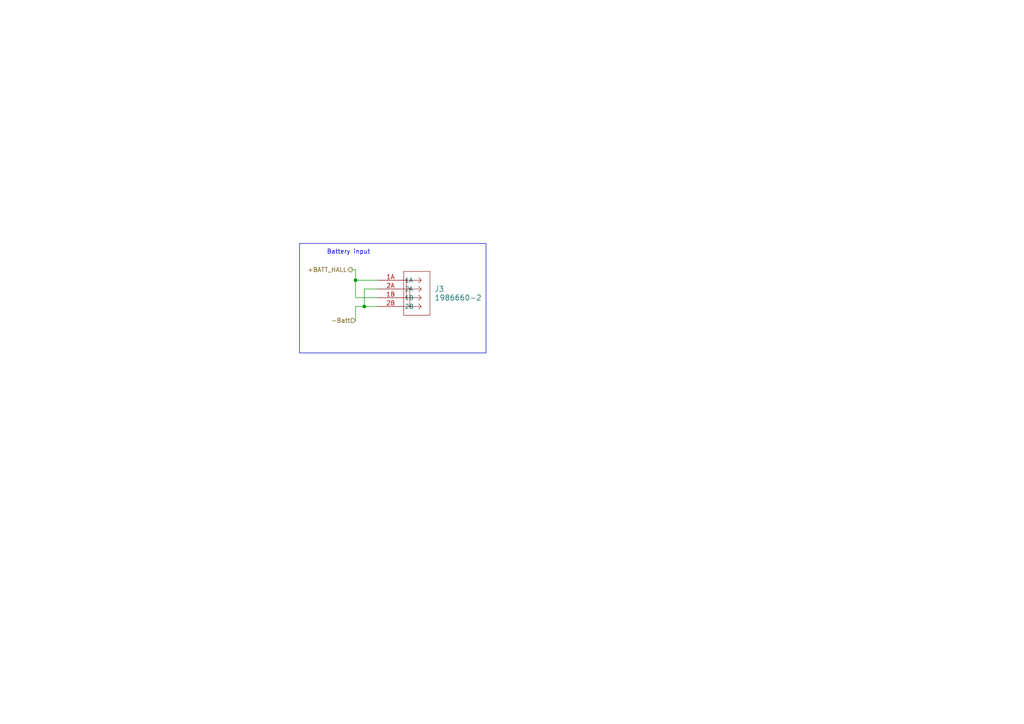
<source format=kicad_sch>
(kicad_sch (version 20231120) (generator "eeschema") (generator_version "8.0")
  (paper "A4")
  (lib_symbols
    (symbol "Imported_Symbols:1986660-2" (pin_names (offset 0.254))
      (property "Reference" "J" (at 10.16 5.08 0))
      (property "Value" "1986660-2" (at 11.43 5.08 0))
      (symbol "1986660-2_1_1"
        (polyline (pts (xy 7.62 -10.16) (xy 15.24 -10.16)) (stroke (width 0.127)))
        (polyline (pts (xy 7.62 -7.62) (xy 12.7 -7.62)) (stroke (width 0.127)))
        (polyline (pts (xy 7.62 -5.08) (xy 12.7 -5.08)) (stroke (width 0.127)))
        (polyline (pts (xy 7.62 -2.54) (xy 12.7 -2.54)) (stroke (width 0.127)))
        (polyline (pts (xy 7.62 0) (xy 12.7 0)) (stroke (width 0.127)))
        (polyline (pts (xy 7.62 2.54) (xy 7.62 -10.16)) (stroke (width 0.127)))
        (polyline (pts (xy 8.382 0) (xy 8.382 -5.08)) (stroke (width 0.127)))
        (polyline (pts (xy 9.398 -2.54) (xy 9.398 -7.62)) (stroke (width 0.127)))
        (polyline (pts (xy 12.7 -7.62) (xy 11.938 -8.382)) (stroke (width 0.127)))
        (polyline (pts (xy 12.7 -7.62) (xy 11.938 -6.858)) (stroke (width 0.127)))
        (polyline (pts (xy 12.7 -5.08) (xy 11.938 -5.842)) (stroke (width 0.127)))
        (polyline (pts (xy 12.7 -5.08) (xy 11.938 -4.318)) (stroke (width 0.127)))
        (polyline (pts (xy 12.7 -2.54) (xy 11.938 -3.302)) (stroke (width 0.127)))
        (polyline (pts (xy 12.7 -2.54) (xy 11.938 -1.778)) (stroke (width 0.127)))
        (polyline (pts (xy 12.7 0) (xy 11.938 -0.762)) (stroke (width 0.127)))
        (polyline (pts (xy 12.7 0) (xy 11.938 0.762)) (stroke (width 0.127)))
        (polyline (pts (xy 15.24 -10.16) (xy 15.24 2.54)) (stroke (width 0.127)))
        (polyline (pts (xy 15.24 2.54) (xy 7.62 2.54)) (stroke (width 0.127)))
        (circle (center 8.382 -5.08) (radius 0.127) (stroke (width 0.24)))
        (circle (center 8.382 0) (radius 0.127) (stroke (width 0.24)))
        (circle (center 9.398 -7.62) (radius 0.127) (stroke (width 0.24)))
        (circle (center 9.398 -2.54) (radius 0.127) (stroke (width 0.24)))
        (pin unspecified line (at 0 0 0) (length 7.62) (name "1A") (number "1A"))
        (pin unspecified line (at 0 -5.08 0) (length 7.62) (name "1B") (number "1B"))
        (pin unspecified line (at 0 -2.54 0) (length 7.62) (name "2A") (number "2A"))
        (pin unspecified line (at 0 -7.62 0) (length 7.62) (name "2B") (number "2B"))
      )
    )
  )
  (junction (at 105.664 88.9))
  (junction (at 103.124 81.28))
  (wire (pts (xy 103.124 81.28) (xy 109.474 81.28)))
  (wire (pts (xy 103.124 86.36) (xy 103.124 81.28)))
  (wire (pts (xy 102.108 78.232) (xy 103.124 78.232)))
  (wire (pts (xy 109.474 83.82) (xy 105.664 83.82)))
  (wire (pts (xy 109.474 86.36) (xy 103.124 86.36)))
  (wire (pts (xy 103.124 78.232) (xy 103.124 81.28)))
  (wire (pts (xy 105.664 88.9) (xy 109.474 88.9)))
  (wire (pts (xy 103.124 88.9) (xy 103.124 92.964)))
  (wire (pts (xy 105.664 83.82) (xy 105.664 88.9)))
  (wire (pts (xy 103.124 88.9) (xy 105.664 88.9)))
  (rectangle (start 86.868 70.612) (end 140.97 102.362))
  (text "Battery input" (at 101.092 73.152 0) (effects (font (size 1.27 1.27))))
  (hierarchical_label "-Batt" (shape input) (at 103.124 92.964 180))
  (hierarchical_label "+BATT_HALL" (shape output) (at 102.108 78.232 180))
  (symbol (lib_id "Imported_Symbols:1986660-2") (at 109.474 81.28 0) (unit 1)
    (property "Reference" "J3" (at 125.984 83.8199 0) (effects (font (size 1.524 1.524)) (justify left)))
    (property "Value" "1986660-2" (at 125.984 86.3599 0) (effects (font (size 1.524 1.524)) (justify left)))
    (property "Footprint" "Imported_Footprints:CONN2_1986660-2_TEC" (effects (hide yes)))
    (property "Datasheet" "1986660-2" (effects (hide yes)))
    (property "MFR" "TE Connectivity AMP Connectors" (effects (hide yes)))
    (property "MFR S/N" "1986660-2" (effects (hide yes)))
    (property "Supplier 1" "https://www.digikey.com/en/products/detail/te-connectivity-amp-connectors/1986660-2/4021603" (effects (hide yes)))
    (property "Supplier 1 S/N" "A107722-ND" (effects (hide yes)))
  )
)
</source>
